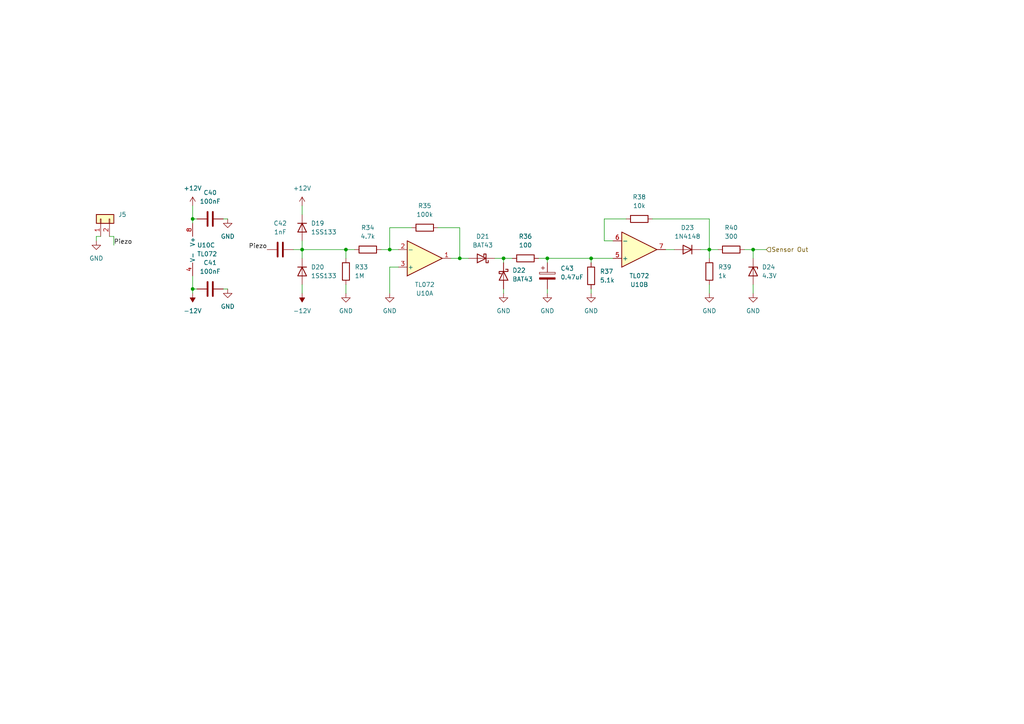
<source format=kicad_sch>
(kicad_sch (version 20231120) (generator "eeschema") (generator_version "8.0")
  (paper "A4")
  (lib_symbols
    (symbol "Amplifier_Operational:TL072" (pin_names (offset 0.127))
      (property "Reference" "U" (at 0 5.08 0))
      (property "Value" "TL072" (at 0 -5.08 0))
      (symbol "TL072_1_1"
        (polyline (pts (xy -5.08 5.08) (xy 5.08 0) (xy -5.08 -5.08) (xy -5.08 5.08)) (stroke (width 0.254)) (fill (type background)))
        (pin output line (at 7.62 0 180) (length 2.54) (name "~") (number "1"))
        (pin input line (at -7.62 -2.54 0) (length 2.54) (name "-") (number "2"))
        (pin input line (at -7.62 2.54 0) (length 2.54) (name "+") (number "3"))
      )
      (symbol "TL072_2_1"
        (polyline (pts (xy -5.08 5.08) (xy 5.08 0) (xy -5.08 -5.08) (xy -5.08 5.08)) (stroke (width 0.254)) (fill (type background)))
        (pin input line (at -7.62 2.54 0) (length 2.54) (name "+") (number "5"))
        (pin input line (at -7.62 -2.54 0) (length 2.54) (name "-") (number "6"))
        (pin output line (at 7.62 0 180) (length 2.54) (name "~") (number "7"))
      )
      (symbol "TL072_3_1"
        (pin power_in line (at -2.54 -7.62 90) (length 3.81) (name "V-") (number "4"))
        (pin power_in line (at -2.54 7.62 270) (length 3.81) (name "V+") (number "8"))
      )
    )
    (symbol "Connector_Generic:Conn_01x02" (pin_names (offset 1.016) hide)
      (property "Reference" "J" (at 0 2.54 0))
      (property "Value" "Conn_01x02" (at 0 -5.08 0))
      (symbol "Conn_01x02_1_1"
        (rectangle (start -1.27 -2.413) (end 0 -2.667) (stroke (width 0.1524)))
        (rectangle (start -1.27 0.127) (end 0 -0.127) (stroke (width 0.1524)))
        (rectangle (start -1.27 1.27) (end 1.27 -3.81) (stroke (width 0.254)) (fill (type background)))
        (pin passive line (at -5.08 0 0) (length 3.81) (name "Pin_1") (number "1"))
        (pin passive line (at -5.08 -2.54 0) (length 3.81) (name "Pin_2") (number "2"))
      )
    )
    (symbol "Device:C" (pin_numbers hide) (pin_names (offset 0.254))
      (property "Reference" "C" (at 0.635 2.54 0))
      (property "Value" "C" (at 0.635 -2.54 0))
      (symbol "C_0_1"
        (polyline (pts (xy -2.032 -0.762) (xy 2.032 -0.762)) (stroke (width 0.508)))
        (polyline (pts (xy -2.032 0.762) (xy 2.032 0.762)) (stroke (width 0.508)))
      )
      (symbol "C_1_1"
        (pin passive line (at 0 3.81 270) (length 2.794) (name "~") (number "1"))
        (pin passive line (at 0 -3.81 90) (length 2.794) (name "~") (number "2"))
      )
    )
    (symbol "Device:C_Polarized" (pin_numbers hide) (pin_names (offset 0.254))
      (property "Reference" "C" (at 0.635 2.54 0))
      (property "Value" "C_Polarized" (at 0.635 -2.54 0))
      (symbol "C_Polarized_0_1"
        (rectangle (start -2.286 0.508) (end 2.286 1.016))
        (polyline (pts (xy -1.778 2.286) (xy -0.762 2.286)))
        (polyline (pts (xy -1.27 2.794) (xy -1.27 1.778)))
        (rectangle (start 2.286 -0.508) (end -2.286 -1.016) (fill (type outline)))
      )
      (symbol "C_Polarized_1_1"
        (pin passive line (at 0 3.81 270) (length 2.794) (name "~") (number "1"))
        (pin passive line (at 0 -3.81 90) (length 2.794) (name "~") (number "2"))
      )
    )
    (symbol "Device:D_Zener" (pin_numbers hide) (pin_names (offset 1.016) hide)
      (property "Reference" "D" (at 0 2.54 0))
      (property "Value" "D_Zener" (at 0 -2.54 0))
      (symbol "D_Zener_0_1"
        (polyline (pts (xy 1.27 0) (xy -1.27 0)))
        (polyline (pts (xy -1.27 -1.27) (xy -1.27 1.27) (xy -0.762 1.27)) (stroke (width 0.254)))
        (polyline (pts (xy 1.27 -1.27) (xy 1.27 1.27) (xy -1.27 0) (xy 1.27 -1.27)) (stroke (width 0.254)))
      )
      (symbol "D_Zener_1_1"
        (pin passive line (at -3.81 0 0) (length 2.54) (name "K") (number "1"))
        (pin passive line (at 3.81 0 180) (length 2.54) (name "A") (number "2"))
      )
    )
    (symbol "Device:R" (pin_numbers hide) (pin_names (offset 0))
      (property "Reference" "R" (at 2.032 0 90))
      (property "Value" "R" (at 0 0 90))
      (symbol "R_0_1"
        (rectangle (start -1.016 -2.54) (end 1.016 2.54) (stroke (width 0.254)))
      )
      (symbol "R_1_1"
        (pin passive line (at 0 3.81 270) (length 1.27) (name "~") (number "1"))
        (pin passive line (at 0 -3.81 90) (length 1.27) (name "~") (number "2"))
      )
    )
    (symbol "Diode:1N4148" (pin_numbers hide) (pin_names hide)
      (property "Reference" "D" (at 0 2.54 0))
      (property "Value" "1N4148" (at 0 -2.54 0))
      (symbol "1N4148_0_1"
        (polyline (pts (xy -1.27 1.27) (xy -1.27 -1.27)) (stroke (width 0.254)))
        (polyline (pts (xy 1.27 0) (xy -1.27 0)))
        (polyline (pts (xy 1.27 1.27) (xy 1.27 -1.27) (xy -1.27 0) (xy 1.27 1.27)) (stroke (width 0.254)))
      )
      (symbol "1N4148_1_1"
        (pin passive line (at -3.81 0 0) (length 2.54) (name "K") (number "1"))
        (pin passive line (at 3.81 0 180) (length 2.54) (name "A") (number "2"))
      )
    )
    (symbol "Diode:BAT46" (pin_numbers hide) (pin_names (offset 1.016) hide)
      (property "Reference" "D" (at 0 2.54 0))
      (property "Value" "BAT46" (at 0 -2.54 0))
      (symbol "BAT46_0_1"
        (polyline (pts (xy 1.27 0) (xy -1.27 0)))
        (polyline (pts (xy 1.27 1.27) (xy 1.27 -1.27) (xy -1.27 0) (xy 1.27 1.27)) (stroke (width 0.254)))
        (polyline (pts (xy -1.905 0.635) (xy -1.905 1.27) (xy -1.27 1.27) (xy -1.27 -1.27) (xy -0.635 -1.27) (xy -0.635 -0.635)) (stroke (width 0.254)))
      )
      (symbol "BAT46_1_1"
        (pin passive line (at -3.81 0 0) (length 2.54) (name "K") (number "1"))
        (pin passive line (at 3.81 0 180) (length 2.54) (name "A") (number "2"))
      )
    )
    (symbol "power:+12V" (power) (pin_names (offset 0))
      (property "Value" "+12V" (at 0 3.556 0))
      (symbol "+12V_0_1"
        (polyline (pts (xy -0.762 1.27) (xy 0 2.54)))
        (polyline (pts (xy 0 0) (xy 0 2.54)))
        (polyline (pts (xy 0 2.54) (xy 0.762 1.27)))
      )
      (symbol "+12V_1_1"
        (pin power_in line (at 0 0 90) (length 0) hide (name "+12V") (number "1"))
      )
    )
    (symbol "power:-12V" (power) (pin_names (offset 0))
      (property "Value" "-12V" (at 0 3.81 0))
      (symbol "-12V_0_0"
        (pin power_in line (at 0 0 90) (length 0) hide (name "-12V") (number "1"))
      )
      (symbol "-12V_0_1"
        (polyline (pts (xy 0 0) (xy 0 1.27) (xy 0.762 1.27) (xy 0 2.54) (xy -0.762 1.27) (xy 0 1.27)) (fill (type outline)))
      )
    )
    (symbol "power:GND" (power) (pin_names (offset 0))
      (property "Value" "GND" (at 0 -3.81 0))
      (symbol "GND_0_1"
        (polyline (pts (xy 0 0) (xy 0 -1.27) (xy 1.27 -1.27) (xy 0 -2.54) (xy -1.27 -1.27) (xy 0 -1.27)))
      )
      (symbol "GND_1_1"
        (pin power_in line (at 0 0 270) (length 0) hide (name "GND") (number "1"))
      )
    )
  )
  (junction (at 146.05 74.93))
  (junction (at 87.63 72.39))
  (junction (at 205.74 72.39))
  (junction (at 171.45 74.93))
  (junction (at 113.03 72.39))
  (junction (at 55.88 83.82))
  (junction (at 133.35 74.93))
  (junction (at 100.33 72.39))
  (junction (at 218.44 72.39))
  (junction (at 158.75 74.93))
  (junction (at 55.88 63.5))
  (wire (pts (xy 55.88 59.69) (xy 55.88 63.5)))
  (wire (pts (xy 113.03 77.47) (xy 113.03 85.09)))
  (wire (pts (xy 64.77 83.82) (xy 66.04 83.82)))
  (wire (pts (xy 55.88 80.01) (xy 55.88 83.82)))
  (wire (pts (xy 218.44 72.39) (xy 222.25 72.39)))
  (wire (pts (xy 113.03 72.39) (xy 115.57 72.39)))
  (wire (pts (xy 189.23 63.5) (xy 205.74 63.5)))
  (wire (pts (xy 215.9 72.39) (xy 218.44 72.39)))
  (wire (pts (xy 171.45 83.82) (xy 171.45 85.09)))
  (wire (pts (xy 146.05 83.82) (xy 146.05 85.09)))
  (wire (pts (xy 205.74 82.55) (xy 205.74 85.09)))
  (wire (pts (xy 158.75 83.82) (xy 158.75 85.09)))
  (wire (pts (xy 113.03 77.47) (xy 115.57 77.47)))
  (wire (pts (xy 100.33 72.39) (xy 100.33 74.93)))
  (wire (pts (xy 27.94 68.58) (xy 29.21 68.58)))
  (wire (pts (xy 87.63 82.55) (xy 87.63 85.09)))
  (wire (pts (xy 205.74 72.39) (xy 208.28 72.39)))
  (wire (pts (xy 146.05 74.93) (xy 146.05 76.2)))
  (wire (pts (xy 113.03 66.04) (xy 113.03 72.39)))
  (wire (pts (xy 171.45 74.93) (xy 177.8 74.93)))
  (wire (pts (xy 119.38 66.04) (xy 113.03 66.04)))
  (wire (pts (xy 158.75 74.93) (xy 158.75 76.2)))
  (wire (pts (xy 133.35 74.93) (xy 133.35 66.04)))
  (wire (pts (xy 171.45 74.93) (xy 171.45 76.2)))
  (wire (pts (xy 218.44 82.55) (xy 218.44 85.09)))
  (wire (pts (xy 55.88 63.5) (xy 57.15 63.5)))
  (wire (pts (xy 100.33 82.55) (xy 100.33 85.09)))
  (wire (pts (xy 110.49 72.39) (xy 113.03 72.39)))
  (wire (pts (xy 64.77 63.5) (xy 66.04 63.5)))
  (wire (pts (xy 27.94 69.85) (xy 27.94 68.58)))
  (wire (pts (xy 133.35 74.93) (xy 135.89 74.93)))
  (wire (pts (xy 218.44 72.39) (xy 218.44 74.93)))
  (wire (pts (xy 87.63 69.85) (xy 87.63 72.39)))
  (wire (pts (xy 175.26 69.85) (xy 177.8 69.85)))
  (wire (pts (xy 130.81 74.93) (xy 133.35 74.93)))
  (wire (pts (xy 100.33 72.39) (xy 87.63 72.39)))
  (wire (pts (xy 205.74 72.39) (xy 205.74 74.93)))
  (wire (pts (xy 156.21 74.93) (xy 158.75 74.93)))
  (wire (pts (xy 143.51 74.93) (xy 146.05 74.93)))
  (wire (pts (xy 193.04 72.39) (xy 195.58 72.39)))
  (wire (pts (xy 87.63 59.69) (xy 87.63 62.23)))
  (wire (pts (xy 33.02 68.58) (xy 31.75 68.58)))
  (wire (pts (xy 55.88 83.82) (xy 55.88 85.09)))
  (wire (pts (xy 102.87 72.39) (xy 100.33 72.39)))
  (wire (pts (xy 158.75 74.93) (xy 171.45 74.93)))
  (wire (pts (xy 175.26 63.5) (xy 175.26 69.85)))
  (wire (pts (xy 133.35 66.04) (xy 127 66.04)))
  (wire (pts (xy 85.09 72.39) (xy 87.63 72.39)))
  (wire (pts (xy 33.02 71.12) (xy 33.02 68.58)))
  (wire (pts (xy 205.74 72.39) (xy 203.2 72.39)))
  (wire (pts (xy 146.05 74.93) (xy 148.59 74.93)))
  (wire (pts (xy 55.88 83.82) (xy 57.15 83.82)))
  (wire (pts (xy 55.88 63.5) (xy 55.88 64.77)))
  (wire (pts (xy 87.63 72.39) (xy 87.63 74.93)))
  (wire (pts (xy 205.74 63.5) (xy 205.74 72.39)))
  (wire (pts (xy 181.61 63.5) (xy 175.26 63.5)))
  (label "Piezo" (at 77.47 72.39 180))
  (label "Piezo" (at 33.02 71.12 0))
  (hierarchical_label "Sensor Out" (shape input) (at 222.25 72.39 0))
  (symbol (lib_id "Amplifier_Operational:TL072") (at 185.42 72.39 0) (mirror x) (unit 2)
    (property "Reference" "U10" (at 185.42 82.55 0))
    (property "Value" "TL072" (at 185.42 80.01 0))
    (property "Footprint" "Package_SO:SOIC-8_3.9x4.9mm_P1.27mm" (effects (hide yes)))
    (property "Datasheet" "http://www.ti.com/lit/ds/symlink/tl071.pdf" (effects (hide yes)))
    (instances (project "DonConIO_SMD" (path "" (reference "U10") (unit 2)) (path "" (reference "U9") (unit 2)) (path "" (reference "U8") (unit 2)) (path "" (reference "U7") (unit 2))))
  )
  (symbol (lib_id "power:GND") (at 205.74 85.09 0) (unit 1)
    (property "Reference" "#PWR096" (effects (hide yes)))
    (property "Value" "GND" (at 205.74 90.17 0))
    (instances (project "DonConIO_SMD" (path "" (reference "#PWR096") (unit 1)) (path "" (reference "#PWR082") (unit 1)) (path "" (reference "#PWR068") (unit 1)) (path "" (reference "#PWR054") (unit 1))))
  )
  (symbol (lib_id "power:GND") (at 27.94 69.85 0) (unit 1)
    (property "Reference" "#PWR084" (effects (hide yes)))
    (property "Value" "GND" (at 27.94 74.93 0))
    (instances (project "DonConIO_SMD" (path "" (reference "#PWR084") (unit 1)) (path "" (reference "#PWR070") (unit 1)) (path "" (reference "#PWR056") (unit 1)) (path "" (reference "#PWR042") (unit 1))))
  )
  (symbol (lib_id "power:GND") (at 146.05 85.09 0) (unit 1)
    (property "Reference" "#PWR093" (effects (hide yes)))
    (property "Value" "GND" (at 146.05 90.17 0))
    (instances (project "DonConIO_SMD" (path "" (reference "#PWR093") (unit 1)) (path "" (reference "#PWR079") (unit 1)) (path "" (reference "#PWR065") (unit 1)) (path "" (reference "#PWR051") (unit 1))))
  )
  (symbol (lib_id "Device:R") (at 123.19 66.04 90) (unit 1)
    (property "Reference" "R35" (at 123.19 59.69 90))
    (property "Value" "100k" (at 123.19 62.23 90))
    (property "Footprint" "Resistor_SMD:R_0402_1005Metric" (effects (hide yes)))
    (instances (project "DonConIO_SMD" (path "" (reference "R35") (unit 1)) (path "" (reference "R27") (unit 1)) (path "" (reference "R19") (unit 1)) (path "" (reference "R11") (unit 1))))
  )
  (symbol (lib_id "power:GND") (at 100.33 85.09 0) (unit 1)
    (property "Reference" "#PWR091" (effects (hide yes)))
    (property "Value" "GND" (at 100.33 90.17 0))
    (instances (project "DonConIO_SMD" (path "" (reference "#PWR091") (unit 1)) (path "" (reference "#PWR077") (unit 1)) (path "" (reference "#PWR063") (unit 1)) (path "" (reference "#PWR049") (unit 1))))
  )
  (symbol (lib_id "power:-12V") (at 55.88 85.09 180) (unit 1)
    (property "Reference" "#PWR086" (effects (hide yes)))
    (property "Value" "-12V" (at 55.88 90.17 0))
    (instances (project "DonConIO_SMD" (path "" (reference "#PWR086") (unit 1)) (path "" (reference "#PWR072") (unit 1)) (path "" (reference "#PWR058") (unit 1)) (path "" (reference "#PWR044") (unit 1))))
  )
  (symbol (lib_id "Device:C") (at 81.28 72.39 90) (unit 1)
    (property "Reference" "C42" (at 81.28 64.77 90))
    (property "Value" "1nF" (at 81.28 67.31 90))
    (property "Footprint" "Capacitor_SMD:C_0402_1005Metric" (effects (hide yes)))
    (instances (project "DonConIO_SMD" (path "" (reference "C42") (unit 1)) (path "" (reference "C38") (unit 1)) (path "" (reference "C34") (unit 1)) (path "" (reference "C30") (unit 1))))
  )
  (symbol (lib_id "Diode:1N4148") (at 199.39 72.39 180) (unit 1)
    (property "Reference" "D23" (at 199.39 66.04 0))
    (property "Value" "1N4148" (at 199.39 68.58 0))
    (property "Footprint" "Diode_SMD:D_0402_1005Metric" (effects (hide yes)))
    (property "Datasheet" "https://assets.nexperia.com/documents/data-sheet/1N4148_1N4448.pdf" (effects (hide yes)))
    (property "Sim.Device" "D" (effects (hide yes)))
    (property "Sim.Pins" "1=K 2=A" (effects (hide yes)))
    (instances (project "DonConIO_SMD" (path "" (reference "D23") (unit 1)) (path "" (reference "D17") (unit 1)) (path "" (reference "D11") (unit 1)) (path "" (reference "D5") (unit 1))))
  )
  (symbol (lib_id "Device:C") (at 60.96 63.5 90) (unit 1)
    (property "Reference" "C40" (at 60.96 55.88 90))
    (property "Value" "100nF" (at 60.96 58.42 90))
    (property "Footprint" "Capacitor_SMD:C_0402_1005Metric" (effects (hide yes)))
    (instances (project "DonConIO_SMD" (path "" (reference "C40") (unit 1)) (path "" (reference "C36") (unit 1)) (path "" (reference "C32") (unit 1)) (path "" (reference "C28") (unit 1))))
  )
  (symbol (lib_id "Amplifier_Operational:TL072") (at 123.19 74.93 0) (mirror x) (unit 1)
    (property "Reference" "U10" (at 123.19 85.09 0))
    (property "Value" "TL072" (at 123.19 82.55 0))
    (property "Footprint" "Package_SO:SOIC-8_3.9x4.9mm_P1.27mm" (effects (hide yes)))
    (property "Datasheet" "http://www.ti.com/lit/ds/symlink/tl071.pdf" (effects (hide yes)))
    (instances (project "DonConIO_SMD" (path "" (reference "U10") (unit 1)) (path "" (reference "U9") (unit 1)) (path "" (reference "U8") (unit 1)) (path "" (reference "U7") (unit 1))))
  )
  (symbol (lib_id "Device:R") (at 152.4 74.93 90) (unit 1)
    (property "Reference" "R36" (at 152.4 68.58 90))
    (property "Value" "100" (at 152.4 71.12 90))
    (property "Footprint" "Resistor_SMD:R_0402_1005Metric" (effects (hide yes)))
    (instances (project "DonConIO_SMD" (path "" (reference "R36") (unit 1)) (path "" (reference "R28") (unit 1)) (path "" (reference "R20") (unit 1)) (path "" (reference "R12") (unit 1))))
  )
  (symbol (lib_id "power:+12V") (at 55.88 59.69 0) (unit 1)
    (property "Reference" "#PWR085" (effects (hide yes)))
    (property "Value" "+12V" (at 55.88 54.61 0))
    (instances (project "DonConIO_SMD" (path "" (reference "#PWR085") (unit 1)) (path "" (reference "#PWR071") (unit 1)) (path "" (reference "#PWR057") (unit 1)) (path "" (reference "#PWR043") (unit 1))))
  )
  (symbol (lib_id "Diode:BAT46") (at 139.7 74.93 180) (unit 1)
    (property "Reference" "D21" (at 140.0175 68.58 0))
    (property "Value" "BAT43" (at 140.0175 71.12 0))
    (property "Footprint" "Diode_SMD:D_0402_1005Metric" (effects (hide yes)))
    (property "Datasheet" "http://www.vishay.com/docs/85662/bat46.pdf" (effects (hide yes)))
    (instances (project "DonConIO_SMD" (path "" (reference "D21") (unit 1)) (path "" (reference "D15") (unit 1)) (path "" (reference "D9") (unit 1)) (path "" (reference "D3") (unit 1))))
  )
  (symbol (lib_id "Diode:BAT46") (at 146.05 80.01 270) (unit 1)
    (property "Reference" "D22" (at 148.59 78.4225 90) (effects (justify left)))
    (property "Value" "BAT43" (at 148.59 80.9625 90) (effects (justify left)))
    (property "Footprint" "Diode_SMD:D_0402_1005Metric" (effects (hide yes)))
    (property "Datasheet" "http://www.vishay.com/docs/85662/bat46.pdf" (effects (hide yes)))
    (instances (project "DonConIO_SMD" (path "" (reference "D22") (unit 1)) (path "" (reference "D16") (unit 1)) (path "" (reference "D10") (unit 1)) (path "" (reference "D4") (unit 1))))
  )
  (symbol (lib_id "Diode:1N4148") (at 87.63 66.04 270) (unit 1)
    (property "Reference" "D19" (at 90.17 64.77 90) (effects (justify left)))
    (property "Value" "1SS133" (at 90.17 67.31 90) (effects (justify left)))
    (property "Footprint" "Diode_SMD:D_0402_1005Metric" (effects (hide yes)))
    (property "Datasheet" "https://assets.nexperia.com/documents/data-sheet/1N4148_1N4448.pdf" (effects (hide yes)))
    (property "Sim.Device" "D" (effects (hide yes)))
    (property "Sim.Pins" "1=K 2=A" (effects (hide yes)))
    (instances (project "DonConIO_SMD" (path "" (reference "D19") (unit 1)) (path "" (reference "D13") (unit 1)) (path "" (reference "D7") (unit 1)) (path "" (reference "D1") (unit 1))))
  )
  (symbol (lib_id "Device:R") (at 100.33 78.74 0) (unit 1)
    (property "Reference" "R33" (at 102.87 77.47 0) (effects (justify left)))
    (property "Value" "1M" (at 102.87 80.01 0) (effects (justify left)))
    (property "Footprint" "Resistor_SMD:R_0402_1005Metric" (effects (hide yes)))
    (instances (project "DonConIO_SMD" (path "" (reference "R33") (unit 1)) (path "" (reference "R25") (unit 1)) (path "" (reference "R17") (unit 1)) (path "" (reference "R9") (unit 1))))
  )
  (symbol (lib_id "power:GND") (at 113.03 85.09 0) (unit 1)
    (property "Reference" "#PWR092" (effects (hide yes)))
    (property "Value" "GND" (at 113.03 90.17 0))
    (instances (project "DonConIO_SMD" (path "" (reference "#PWR092") (unit 1)) (path "" (reference "#PWR078") (unit 1)) (path "" (reference "#PWR064") (unit 1)) (path "" (reference "#PWR050") (unit 1))))
  )
  (symbol (lib_id "power:GND") (at 66.04 83.82 0) (unit 1)
    (property "Reference" "#PWR088" (effects (hide yes)))
    (property "Value" "GND" (at 66.04 88.9 0))
    (instances (project "DonConIO_SMD" (path "" (reference "#PWR088") (unit 1)) (path "" (reference "#PWR074") (unit 1)) (path "" (reference "#PWR060") (unit 1)) (path "" (reference "#PWR046") (unit 1))))
  )
  (symbol (lib_id "Device:R") (at 106.68 72.39 270) (unit 1)
    (property "Reference" "R34" (at 106.68 66.04 90))
    (property "Value" "4.7k" (at 106.68 68.58 90))
    (property "Footprint" "Resistor_SMD:R_0402_1005Metric" (effects (hide yes)))
    (instances (project "DonConIO_SMD" (path "" (reference "R34") (unit 1)) (path "" (reference "R26") (unit 1)) (path "" (reference "R18") (unit 1)) (path "" (reference "R10") (unit 1))))
  )
  (symbol (lib_id "power:GND") (at 158.75 85.09 0) (unit 1)
    (property "Reference" "#PWR094" (effects (hide yes)))
    (property "Value" "GND" (at 158.75 90.17 0))
    (instances (project "DonConIO_SMD" (path "" (reference "#PWR094") (unit 1)) (path "" (reference "#PWR080") (unit 1)) (path "" (reference "#PWR066") (unit 1)) (path "" (reference "#PWR052") (unit 1))))
  )
  (symbol (lib_id "Device:C") (at 60.96 83.82 90) (unit 1)
    (property "Reference" "C41" (at 60.96 76.2 90))
    (property "Value" "100nF" (at 60.96 78.74 90))
    (property "Footprint" "Capacitor_SMD:C_0402_1005Metric" (effects (hide yes)))
    (instances (project "DonConIO_SMD" (path "" (reference "C41") (unit 1)) (path "" (reference "C37") (unit 1)) (path "" (reference "C33") (unit 1)) (path "" (reference "C29") (unit 1))))
  )
  (symbol (lib_id "Device:R") (at 171.45 80.01 180) (unit 1)
    (property "Reference" "R37" (at 173.99 78.74 0) (effects (justify right)))
    (property "Value" "5.1k" (at 173.99 81.28 0) (effects (justify right)))
    (property "Footprint" "Resistor_SMD:R_0402_1005Metric" (effects (hide yes)))
    (instances (project "DonConIO_SMD" (path "" (reference "R37") (unit 1)) (path "" (reference "R29") (unit 1)) (path "" (reference "R21") (unit 1)) (path "" (reference "R13") (unit 1))))
  )
  (symbol (lib_id "Device:R") (at 212.09 72.39 270) (unit 1)
    (property "Reference" "R40" (at 212.09 66.04 90))
    (property "Value" "300" (at 212.09 68.58 90))
    (property "Footprint" "Resistor_SMD:R_0402_1005Metric" (effects (hide yes)))
    (instances (project "DonConIO_SMD" (path "" (reference "R40") (unit 1)) (path "" (reference "R32") (unit 1)) (path "" (reference "R24") (unit 1)) (path "" (reference "R16") (unit 1))))
  )
  (symbol (lib_id "Connector_Generic:Conn_01x02") (at 29.21 63.5 90) (unit 1)
    (property "Reference" "J5" (at 34.29 62.23 90) (effects (justify right)))
    (property "Value" "JST" (effects (hide yes)))
    (property "Footprint" "Connector_JST:JST_PH_S2B-PH-K_1x02_P2.00mm_Horizontal" (effects (hide yes)))
    (instances (project "DonConIO_SMD" (path "" (reference "J5") (unit 1)) (path "" (reference "J4") (unit 1)) (path "" (reference "J3") (unit 1)) (path "" (reference "J2") (unit 1))))
  )
  (symbol (lib_id "Device:D_Zener") (at 218.44 78.74 270) (unit 1)
    (property "Reference" "D24" (at 220.98 77.47 90) (effects (justify left)))
    (property "Value" "4.3V" (at 220.98 80.01 90) (effects (justify left)))
    (property "Footprint" "Diode_SMD:D_0402_1005Metric" (effects (hide yes)))
    (instances (project "DonConIO_SMD" (path "" (reference "D24") (unit 1)) (path "" (reference "D18") (unit 1)) (path "" (reference "D12") (unit 1)) (path "" (reference "D6") (unit 1))))
  )
  (symbol (lib_id "power:+12V") (at 87.63 59.69 0) (unit 1)
    (property "Reference" "#PWR089" (effects (hide yes)))
    (property "Value" "+12V" (at 87.63 54.61 0))
    (instances (project "DonConIO_SMD" (path "" (reference "#PWR089") (unit 1)) (path "" (reference "#PWR075") (unit 1)) (path "" (reference "#PWR061") (unit 1)) (path "" (reference "#PWR047") (unit 1))))
  )
  (symbol (lib_id "Device:C_Polarized") (at 158.75 80.01 0) (unit 1)
    (property "Reference" "C43" (at 162.56 77.851 0) (effects (justify left)))
    (property "Value" "0.47uF" (at 162.56 80.391 0) (effects (justify left)))
    (property "Footprint" "Capacitor_SMD:C_0402_1005Metric" (effects (hide yes)))
    (instances (project "DonConIO_SMD" (path "" (reference "C43") (unit 1)) (path "" (reference "C39") (unit 1)) (path "" (reference "C35") (unit 1)) (path "" (reference "C31") (unit 1))))
  )
  (symbol (lib_id "power:GND") (at 218.44 85.09 0) (unit 1)
    (property "Reference" "#PWR097" (effects (hide yes)))
    (property "Value" "GND" (at 218.44 90.17 0))
    (instances (project "DonConIO_SMD" (path "" (reference "#PWR097") (unit 1)) (path "" (reference "#PWR083") (unit 1)) (path "" (reference "#PWR069") (unit 1)) (path "" (reference "#PWR055") (unit 1))))
  )
  (symbol (lib_id "power:GND") (at 171.45 85.09 0) (unit 1)
    (property "Reference" "#PWR095" (effects (hide yes)))
    (property "Value" "GND" (at 171.45 90.17 0))
    (instances (project "DonConIO_SMD" (path "" (reference "#PWR095") (unit 1)) (path "" (reference "#PWR081") (unit 1)) (path "" (reference "#PWR067") (unit 1)) (path "" (reference "#PWR053") (unit 1))))
  )
  (symbol (lib_id "Diode:1N4148") (at 87.63 78.74 270) (unit 1)
    (property "Reference" "D20" (at 90.17 77.47 90) (effects (justify left)))
    (property "Value" "1SS133" (at 90.17 80.01 90) (effects (justify left)))
    (property "Footprint" "Diode_SMD:D_0402_1005Metric" (effects (hide yes)))
    (property "Datasheet" "https://assets.nexperia.com/documents/data-sheet/1N4148_1N4448.pdf" (effects (hide yes)))
    (property "Sim.Device" "D" (effects (hide yes)))
    (property "Sim.Pins" "1=K 2=A" (effects (hide yes)))
    (instances (project "DonConIO_SMD" (path "" (reference "D20") (unit 1)) (path "" (reference "D14") (unit 1)) (path "" (reference "D8") (unit 1)) (path "" (reference "D2") (unit 1))))
  )
  (symbol (lib_id "power:GND") (at 66.04 63.5 0) (unit 1)
    (property "Reference" "#PWR087" (effects (hide yes)))
    (property "Value" "GND" (at 66.04 68.58 0))
    (instances (project "DonConIO_SMD" (path "" (reference "#PWR087") (unit 1)) (path "" (reference "#PWR073") (unit 1)) (path "" (reference "#PWR059") (unit 1)) (path "" (reference "#PWR045") (unit 1))))
  )
  (symbol (lib_id "Device:R") (at 205.74 78.74 180) (unit 1)
    (property "Reference" "R39" (at 208.28 77.47 0) (effects (justify right)))
    (property "Value" "1k" (at 208.28 80.01 0) (effects (justify right)))
    (property "Footprint" "Resistor_SMD:R_0402_1005Metric" (effects (hide yes)))
    (instances (project "DonConIO_SMD" (path "" (reference "R39") (unit 1)) (path "" (reference "R31") (unit 1)) (path "" (reference "R23") (unit 1)) (path "" (reference "R15") (unit 1))))
  )
  (symbol (lib_id "power:-12V") (at 87.63 85.09 180) (unit 1)
    (property "Reference" "#PWR090" (effects (hide yes)))
    (property "Value" "-12V" (at 87.63 90.17 0))
    (instances (project "DonConIO_SMD" (path "" (reference "#PWR090") (unit 1)) (path "" (reference "#PWR076") (unit 1)) (path "" (reference "#PWR062") (unit 1)) (path "" (reference "#PWR048") (unit 1))))
  )
  (symbol (lib_id "Amplifier_Operational:TL072") (at 58.42 72.39 0) (unit 3)
    (property "Reference" "U10" (at 57.15 71.12 0) (effects (justify left)))
    (property "Value" "TL072" (at 57.15 73.66 0) (effects (justify left)))
    (property "Footprint" "Package_SO:SOIC-8_3.9x4.9mm_P1.27mm" (effects (hide yes)))
    (property "Datasheet" "http://www.ti.com/lit/ds/symlink/tl071.pdf" (effects (hide yes)))
    (instances (project "DonConIO_SMD" (path "" (reference "U10") (unit 3)) (path "" (reference "U9") (unit 3)) (path "" (reference "U8") (unit 3)) (path "" (reference "U7") (unit 3))))
  )
  (symbol (lib_id "Device:R") (at 185.42 63.5 90) (unit 1)
    (property "Reference" "R38" (at 185.42 57.15 90))
    (property "Value" "10k" (at 185.42 59.69 90))
    (property "Footprint" "Resistor_SMD:R_0402_1005Metric" (effects (hide yes)))
    (instances (project "DonConIO_SMD" (path "" (reference "R38") (unit 1)) (path "" (reference "R30") (unit 1)) (path "" (reference "R22") (unit 1)) (path "" (reference "R14") (unit 1))))
  )
)
</source>
